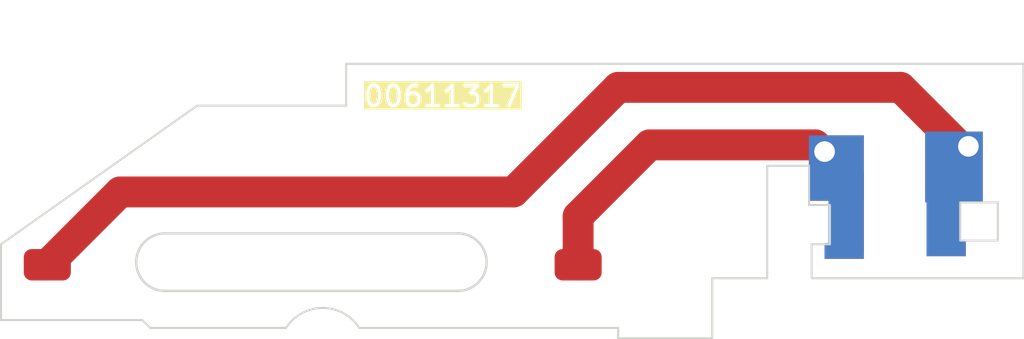
<source format=kicad_pcb>
(kicad_pcb (version 20221018) (generator pcbnew)
  (layers (0 "F.Cu" signal) (31 "B.Cu" signal) (34 "B.Paste" user) (35 "F.Paste" user) (36 "B.SilkS" user "B.Silkscreen") (37 "F.SilkS" user "F.Silkscreen") (38 "B.Mask" user) (39 "F.Mask" user) (44 "Edge.Cuts" user))
  (net 0 "")
  (net 1 "Net-(J1-Pin_1)")
  (net 2 "Net-(J1-Pin_2)")
  (footprint "Library:edge-connector" (layer "F.Cu") (at 108.4509 77.7955)
    (fp_text reference "J1" hide)
    (fp_text value "Conn_01x02_Pin" hide)
    (pad "1" smd rect (at 2.6035 10.16) (size 1.651 3.302) (layers "B.Cu" "B.Paste" "B.Mask") (net 1 "Net-(J1-Pin_1)"))
    (pad "1" smd rect (at 2.6035 10.2235) (size 1.651 3.175) (layers "F.Cu" "F.Paste" "F.Mask") (net 1 "Net-(J1-Pin_1)"))
    (pad "1" smd rect (at 2.7305 11.811) (size 1.905 0.762) (layers "F.Cu" "F.Paste" "F.Mask") (net 1 "Net-(J1-Pin_1)"))
    (pad "1" smd rect (at 2.7305 11.811) (size 1.905 0.762) (layers "B.Cu" "B.Paste" "B.Mask") (net 1 "Net-(J1-Pin_1)"))
    (pad "1" thru_hole rect (at 3.81 6.858) (size 2.794 3.429) (drill 1 (offset -0.7 1)) (layers "*.Cu" "*.Mask") (net 1 "Net-(J1-Pin_1)"))
    (pad "2" thru_hole rect (at -3.175 7.112) (size 2.667 3.175) (drill 1 (offset 0.5715 0.8)) (layers "*.Cu" "*.Mask") (net 2 "Net-(J1-Pin_2)"))
    (pad "2" smd rect (at -2.2225 11.938) (size 1.905 0.762) (layers "F.Cu" "F.Paste" "F.Mask") (net 2 "Net-(J1-Pin_2)"))
    (pad "2" smd rect (at -2.2225 11.938) (size 1.905 0.762) (layers "B.Cu" "B.Paste" "B.Mask") (net 2 "Net-(J1-Pin_2)"))
    (pad "2" smd rect (at -2.12725 10.025) (size 1.7145 3.826) (layers "B.Cu" "B.Paste" "B.Mask") (net 2 "Net-(J1-Pin_2)"))
    (pad "2" smd rect (at -2.1265 9.8345) (size 1.716 3.445) (layers "F.Cu" "F.Paste" "F.Mask") (net 2 "Net-(J1-Pin_2)"))
  )
  (footprint "Library:reed-switch" (layer "F.Cu") (at 81.1149 84.4357)
    (fp_text reference "SW1" hide)
    (fp_text value "SW_Reed" hide)
    (fp_line (start 6.35 4.445) (end -7.874 4.445) (stroke (width 0.12)) (layer "Edge.Cuts"))
    (fp_line (start 6.35 7.239) (end -7.874 7.239) (stroke (width 0.12)) (layer "Edge.Cuts"))
    (fp_arc (start -7.874 7.239) (mid -9.271 5.842) (end -7.874 4.445) (stroke (width 0.12)) (layer "Edge.Cuts"))
    (fp_arc (start 6.35 4.445) (mid 7.747 5.842) (end 6.35 7.239) (stroke (width 0.12)) (layer "Edge.Cuts"))
    (pad "1" smd roundrect (at -13.589 5.969) (size 2.286 1.524) (layers "F.Cu" "F.Paste" "F.Mask") (net 1 "Net-(J1-Pin_1)"))
    (pad "2" smd roundrect (at 12.192 5.969) (size 2.286 1.524) (layers "F.Cu" "F.Paste" "F.Mask") (net 2 "Net-(J1-Pin_2)"))
  )
  (gr_line (start 72.517 93.472) (end 72.136 93.091) (stroke (width 0.1)) (layer "Edge.Cuts"))
  (gr_line (start 102.489 91.059) (end 102.489 85.598) (stroke (width 0.1)) (layer "Edge.Cuts"))
  (gr_line (start 74.803 82.677) (end 65.278 89.408) (stroke (width 0.1)) (layer "Edge.Cuts"))
  (gr_line (start 104.648 89.408) (end 104.648 91.059) (stroke (width 0.1)) (layer "Edge.Cuts"))
  (gr_line (start 105.537 89.408) (end 104.648 89.408) (stroke (width 0.1)) (layer "Edge.Cuts"))
  (gr_line (start 99.822 93.98) (end 95.25 93.98) (stroke (width 0.1)) (layer "Edge.Cuts"))
  (gr_rect (start 111.8616 87.376) (end 113.6904 89.2302) (stroke (width 0.1)) (fill none) (layer "Edge.Cuts"))
  (gr_line (start 102.489 91.059) (end 99.822 91.059) (stroke (width 0.1)) (layer "Edge.Cuts"))
  (gr_line (start 104.521 85.598) (end 104.521 87.503) (stroke (width 0.1)) (layer "Edge.Cuts"))
  (gr_line (start 104.648 91.059) (end 114.935 91.059) (stroke (width 0.1)) (layer "Edge.Cuts"))
  (gr_line (start 82.042 82.677) (end 74.803 82.677) (stroke (width 0.1)) (layer "Edge.Cuts"))
  (gr_line (start 102.489 85.598) (end 104.521 85.598) (stroke (width 0.1)) (layer "Edge.Cuts"))
  (gr_line (start 114.935 80.645) (end 82.042 80.645) (stroke (width 0.1)) (layer "Edge.Cuts"))
  (gr_line (start 72.136 93.091) (end 65.278 93.091) (stroke (width 0.1)) (layer "Edge.Cuts"))
  (gr_line (start 104.521 87.503) (end 105.537 87.503) (stroke (width 0.1)) (layer "Edge.Cuts"))
  (gr_line (start 114.935 91.059) (end 114.935 80.645) (stroke (width 0.1)) (layer "Edge.Cuts"))
  (gr_line (start 105.537 87.503) (end 105.537 89.408) (stroke (width 0.1)) (layer "Edge.Cuts"))
  (gr_arc (start 79.121 93.472) (mid 80.899 92.501299) (end 82.677 93.472) (stroke (width 0.1)) (layer "Edge.Cuts"))
  (gr_line (start 65.278 89.408) (end 65.278 93.091) (stroke (width 0.1)) (layer "Edge.Cuts"))
  (gr_line (start 82.042 80.645) (end 82.042 82.677) (stroke (width 0.1)) (layer "Edge.Cuts"))
  (gr_line (start 79.121 93.472) (end 72.517 93.472) (stroke (width 0.1)) (layer "Edge.Cuts"))
  (gr_line (start 99.822 91.059) (end 99.822 93.98) (stroke (width 0.1)) (layer "Edge.Cuts"))
  (gr_line (start 95.25 93.472) (end 82.677 93.472) (stroke (width 0.1)) (layer "Edge.Cuts"))
  (gr_line (start 95.25 93.98) (end 95.25 93.472) (stroke (width 0.1)) (layer "Edge.Cuts"))
  (gr_text "00611317" (at 82.804 82.804) (layer "F.SilkS" knockout) (effects (font (size 1 1)) (justify left bottom)))
  (segment (start 108.966 81.788) (end 95.25 81.788) (width 1.5) (layer "F.Cu") (net 1))
  (segment (start 111.8315 84.6535) (end 108.966 81.788) (width 1.5) (layer "F.Cu") (net 1))
  (segment (start 90.17 86.868) (end 71.0626 86.868) (width 1.5) (layer "F.Cu") (net 1))
  (segment (start 71.0626 86.868) (end 67.5259 90.4047) (width 1.5) (layer "F.Cu") (net 1))
  (segment (start 112.2609 84.6535) (end 111.8315 84.6535) (width 0.25) (layer "F.Cu") (net 1))
  (segment (start 95.25 81.788) (end 90.17 86.868) (width 1.5) (layer "F.Cu") (net 1))
  (segment (start 93.3069 88.5571) (end 97.028 84.836) (width 0.25) (layer "F.Cu") (net 2))
  (segment (start 96.774 84.582) (end 104.8234 84.582) (width 1.5) (layer "F.Cu") (net 2))
  (segment (start 93.3069 90.4047) (end 93.3069 88.0491) (width 1.5) (layer "F.Cu") (net 2))
  (segment (start 93.3069 90.4047) (end 93.3069 88.5571) (width 0.25) (layer "F.Cu") (net 2))
  (segment (start 93.3069 88.0491) (end 96.774 84.582) (width 1.5) (layer "F.Cu") (net 2))
  (segment (start 104.8234 84.582) (end 105.1489 84.9075) (width 1.5) (layer "F.Cu") (net 2))
)
</source>
